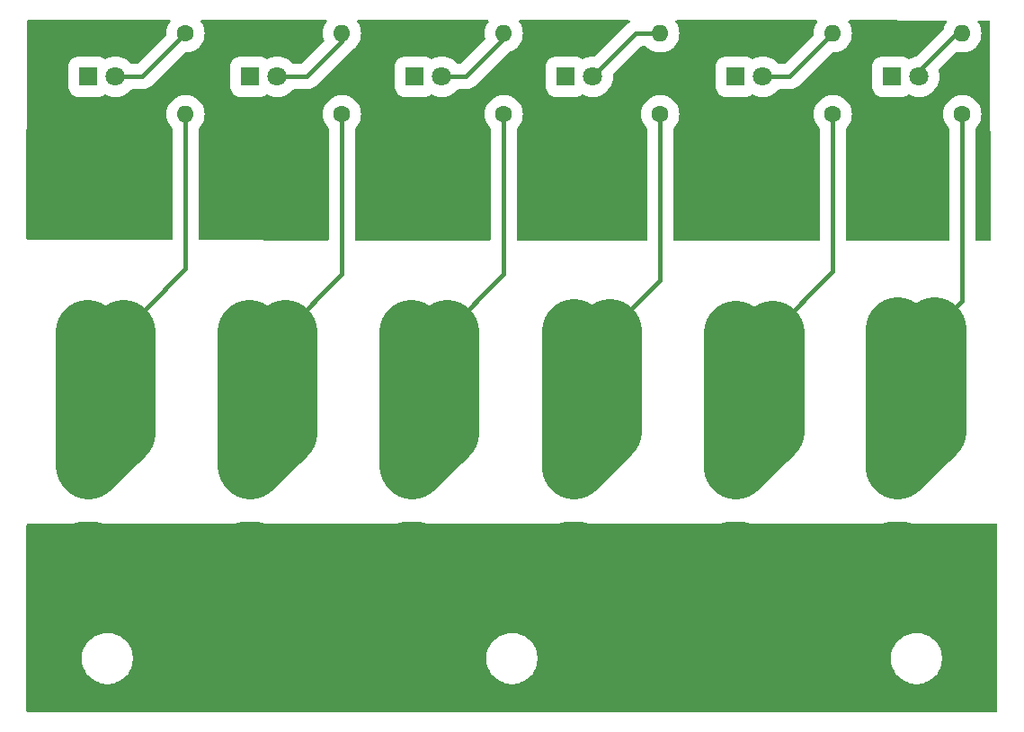
<source format=gbl>
%TF.GenerationSoftware,KiCad,Pcbnew,8.0.8-2.fc41*%
%TF.CreationDate,2025-02-20T10:07:06+00:00*%
%TF.ProjectId,PowerPoleFused,506f7765-7250-46f6-9c65-46757365642e,rev?*%
%TF.SameCoordinates,Original*%
%TF.FileFunction,Copper,L2,Bot*%
%TF.FilePolarity,Positive*%
%FSLAX46Y46*%
G04 Gerber Fmt 4.6, Leading zero omitted, Abs format (unit mm)*
G04 Created by KiCad (PCBNEW 8.0.8-2.fc41) date 2025-02-20 10:07:06*
%MOMM*%
%LPD*%
G01*
G04 APERTURE LIST*
%TA.AperFunction,ComponentPad*%
%ADD10R,1.800000X1.800000*%
%TD*%
%TA.AperFunction,ComponentPad*%
%ADD11C,1.800000*%
%TD*%
%TA.AperFunction,ComponentPad*%
%ADD12O,6.000000X5.500000*%
%TD*%
%TA.AperFunction,ComponentPad*%
%ADD13O,1.600000X1.600000*%
%TD*%
%TA.AperFunction,ComponentPad*%
%ADD14C,1.600000*%
%TD*%
%TA.AperFunction,ComponentPad*%
%ADD15C,2.400000*%
%TD*%
%TA.AperFunction,Conductor*%
%ADD16C,0.400000*%
%TD*%
%TA.AperFunction,Conductor*%
%ADD17C,6.000000*%
%TD*%
G04 APERTURE END LIST*
D10*
%TO.P,D3,1,K*%
%TO.N,0*%
X85085000Y-50800000D03*
D11*
%TO.P,D3,2,A*%
%TO.N,Net-(D3-A)*%
X87625000Y-50800000D03*
%TD*%
D12*
%TO.P,J3,1,+ve*%
%TO.N,Net-(J3-+ve)*%
X84836000Y-87604000D03*
%TO.P,J3,2,-ve*%
%TO.N,0*%
X84836000Y-95504000D03*
%TD*%
D10*
%TO.P,D4,1,K*%
%TO.N,0*%
X99309000Y-50800000D03*
D11*
%TO.P,D4,2,A*%
%TO.N,Net-(D4-A)*%
X101849000Y-50800000D03*
%TD*%
D10*
%TO.P,D1,1,K*%
%TO.N,0*%
X54356000Y-50800000D03*
D11*
%TO.P,D1,2,A*%
%TO.N,Net-(D1-A)*%
X56896000Y-50800000D03*
%TD*%
D10*
%TO.P,D5,1,K*%
%TO.N,0*%
X115316000Y-50800000D03*
D11*
%TO.P,D5,2,A*%
%TO.N,Net-(D5-A)*%
X117856000Y-50800000D03*
%TD*%
D12*
%TO.P,J2,1,+ve*%
%TO.N,Net-(J2-+ve)*%
X69596000Y-87604000D03*
%TO.P,J2,2,-ve*%
%TO.N,0*%
X69596000Y-95504000D03*
%TD*%
D13*
%TO.P,R1,2*%
%TO.N,Net-(J1-+ve)*%
X63500000Y-54356000D03*
D14*
%TO.P,R1,1*%
%TO.N,Net-(D1-A)*%
X63500000Y-46736000D03*
%TD*%
D10*
%TO.P,D6,1,K*%
%TO.N,0*%
X130048000Y-50800000D03*
D11*
%TO.P,D6,2,A*%
%TO.N,Net-(D6-A)*%
X132588000Y-50800000D03*
%TD*%
D13*
%TO.P,R5,2*%
%TO.N,Net-(D5-A)*%
X124460000Y-46736000D03*
D14*
%TO.P,R5,1*%
%TO.N,Net-(J5-+ve)*%
X124460000Y-54356000D03*
%TD*%
D13*
%TO.P,R2,2*%
%TO.N,Net-(D2-A)*%
X78232000Y-46736000D03*
D14*
%TO.P,R2,1*%
%TO.N,Net-(J2-+ve)*%
X78232000Y-54356000D03*
%TD*%
D15*
%TO.P,F5,4,4*%
%TO.N,+12V*%
X115316000Y-61137800D03*
%TO.P,F5,3,3*%
X118716000Y-61137800D03*
%TO.P,F5,2,2*%
%TO.N,Net-(J5-+ve)*%
X118716000Y-74607800D03*
%TO.P,F5,1,1*%
X115316000Y-74607800D03*
%TD*%
D13*
%TO.P,R3,2*%
%TO.N,Net-(D3-A)*%
X93472000Y-46736000D03*
D14*
%TO.P,R3,1*%
%TO.N,Net-(J3-+ve)*%
X93472000Y-54356000D03*
%TD*%
D12*
%TO.P,J6,1,+ve*%
%TO.N,Net-(J6-+ve)*%
X130556000Y-87604000D03*
%TO.P,J6,2,-ve*%
%TO.N,0*%
X130556000Y-95504000D03*
%TD*%
%TO.P,J4,1,+ve*%
%TO.N,Net-(J4-+ve)*%
X100076000Y-87604000D03*
%TO.P,J4,2,-ve*%
%TO.N,0*%
X100076000Y-95504000D03*
%TD*%
D15*
%TO.P,F2,4,4*%
%TO.N,+12V*%
X69437500Y-61137800D03*
%TO.P,F2,3,3*%
X72837500Y-61137800D03*
%TO.P,F2,2,2*%
%TO.N,Net-(J2-+ve)*%
X72837500Y-74607800D03*
%TO.P,F2,1,1*%
X69437500Y-74607800D03*
%TD*%
D13*
%TO.P,R4,2*%
%TO.N,Net-(D4-A)*%
X108204000Y-46736000D03*
D14*
%TO.P,R4,1*%
%TO.N,Net-(J4-+ve)*%
X108204000Y-54356000D03*
%TD*%
D10*
%TO.P,D2,1,K*%
%TO.N,0*%
X69596000Y-50800000D03*
D11*
%TO.P,D2,2,A*%
%TO.N,Net-(D2-A)*%
X72136000Y-50800000D03*
%TD*%
D13*
%TO.P,R6,2*%
%TO.N,Net-(D6-A)*%
X136652000Y-46736000D03*
D14*
%TO.P,R6,1*%
%TO.N,Net-(J6-+ve)*%
X136652000Y-54356000D03*
%TD*%
D12*
%TO.P,J1,1,+ve*%
%TO.N,Net-(J1-+ve)*%
X54356000Y-87604000D03*
%TO.P,J1,2,-ve*%
%TO.N,0*%
X54356000Y-95504000D03*
%TD*%
%TO.P,J5,1,+ve*%
%TO.N,Net-(J5-+ve)*%
X115316000Y-87604000D03*
%TO.P,J5,2,-ve*%
%TO.N,0*%
X115316000Y-95504000D03*
%TD*%
D15*
%TO.P,F3,4,4*%
%TO.N,+12V*%
X84677500Y-61137800D03*
%TO.P,F3,3,3*%
X88077500Y-61137800D03*
%TO.P,F3,2,2*%
%TO.N,Net-(J3-+ve)*%
X88077500Y-74607800D03*
%TO.P,F3,1,1*%
X84677500Y-74607800D03*
%TD*%
%TO.P,F4,4,4*%
%TO.N,+12V*%
X100054200Y-61137800D03*
%TO.P,F4,3,3*%
X103454200Y-61137800D03*
%TO.P,F4,2,2*%
%TO.N,Net-(J4-+ve)*%
X103454200Y-74607800D03*
%TO.P,F4,1,1*%
X100054200Y-74607800D03*
%TD*%
%TO.P,F6,4,4*%
%TO.N,+12V*%
X130556000Y-61137800D03*
%TO.P,F6,3,3*%
X133956000Y-61137800D03*
%TO.P,F6,2,2*%
%TO.N,Net-(J6-+ve)*%
X133956000Y-74607800D03*
%TO.P,F6,1,1*%
X130556000Y-74607800D03*
%TD*%
%TO.P,F1,4,4*%
%TO.N,+12V*%
X54197500Y-61137800D03*
%TO.P,F1,3,3*%
X57597500Y-61137800D03*
%TO.P,F1,2,2*%
%TO.N,Net-(J1-+ve)*%
X57597500Y-74607800D03*
%TO.P,F1,1,1*%
X54197500Y-74607800D03*
%TD*%
D16*
%TO.N,Net-(D1-A)*%
X56896000Y-50800000D02*
X59436000Y-50800000D01*
X59436000Y-50800000D02*
X63500000Y-46736000D01*
%TO.N,Net-(J1-+ve)*%
X63500000Y-68904500D02*
X63500000Y-54356000D01*
X63500000Y-68904500D02*
X59636350Y-72768150D01*
D17*
X54197500Y-74807000D02*
X54197500Y-77368400D01*
X54197500Y-87445500D02*
X54356000Y-87604000D01*
D16*
X58211100Y-74193400D02*
X56159400Y-74193400D01*
D17*
X54197500Y-77368400D02*
X54197500Y-87445500D01*
D16*
X59636350Y-72768150D02*
X57597500Y-74807000D01*
D17*
X57597500Y-74807000D02*
X57597500Y-84362500D01*
D16*
X59636350Y-72768150D02*
X58211100Y-74193400D01*
D17*
X57597500Y-84362500D02*
X54356000Y-87604000D01*
D16*
%TO.N,Net-(D2-A)*%
X72136000Y-50800000D02*
X74930000Y-50800000D01*
X74930000Y-50800000D02*
X78232000Y-47498000D01*
%TO.N,Net-(D3-A)*%
X87625000Y-50800000D02*
X89916000Y-50800000D01*
X89916000Y-50800000D02*
X93472000Y-47244000D01*
%TO.N,Net-(D4-A)*%
X105913000Y-46736000D02*
X108204000Y-46736000D01*
X101849000Y-50800000D02*
X105913000Y-46736000D01*
%TO.N,Net-(D5-A)*%
X120396000Y-50800000D02*
X124460000Y-46736000D01*
X117856000Y-50800000D02*
X120396000Y-50800000D01*
%TO.N,Net-(D6-A)*%
X132588000Y-50292000D02*
X136144000Y-46736000D01*
X136144000Y-46736000D02*
X136652000Y-46736000D01*
D17*
%TO.N,Net-(J2-+ve)*%
X69437500Y-74807000D02*
X69437500Y-87445500D01*
X69437500Y-87445500D02*
X69596000Y-87604000D01*
X72837500Y-74807000D02*
X72837500Y-84362500D01*
D16*
X72837500Y-74807000D02*
X78232000Y-69412500D01*
X78232000Y-69412500D02*
X78232000Y-55118000D01*
D17*
X72837500Y-84362500D02*
X69596000Y-87604000D01*
%TO.N,Net-(J3-+ve)*%
X88077500Y-74807000D02*
X88077500Y-84362500D01*
D16*
X93472000Y-69412500D02*
X93472000Y-54864000D01*
D17*
X84677500Y-78207000D02*
X84677500Y-78562200D01*
X84677500Y-78562200D02*
X84677500Y-87445500D01*
X88077500Y-84362500D02*
X84836000Y-87604000D01*
X84677500Y-87445500D02*
X84836000Y-87604000D01*
X84677500Y-74807000D02*
X84677500Y-78562200D01*
D16*
X88077500Y-74807000D02*
X93472000Y-69412500D01*
%TO.N,Net-(J4-+ve)*%
X103454200Y-74760200D02*
X108204000Y-70010400D01*
D17*
X100076000Y-87604000D02*
X100076000Y-74782000D01*
D16*
X108204000Y-70010400D02*
X108204000Y-54356000D01*
D17*
X100076000Y-74782000D02*
X100054200Y-74760200D01*
X103454200Y-84225800D02*
X100076000Y-87604000D01*
X103454200Y-74760200D02*
X103454200Y-84225800D01*
%TO.N,Net-(J5-+ve)*%
X118716000Y-74938000D02*
X118716000Y-84204000D01*
X115316000Y-74938000D02*
X115316000Y-87604000D01*
X118716000Y-84204000D02*
X115316000Y-87604000D01*
D16*
X124460000Y-69194000D02*
X118716000Y-74938000D01*
X124460000Y-54356000D02*
X124460000Y-69194000D01*
D17*
%TO.N,Net-(J6-+ve)*%
X130556000Y-74607800D02*
X130556000Y-87604000D01*
X133956000Y-84204000D02*
X130556000Y-87604000D01*
D16*
X133956000Y-74607800D02*
X136652000Y-71911800D01*
D17*
X133956000Y-74607800D02*
X133956000Y-84204000D01*
D16*
X136652000Y-71911800D02*
X136652000Y-54356000D01*
%TD*%
%TA.AperFunction,Conductor*%
%TO.N,0*%
G36*
X139903539Y-92983685D02*
G01*
X139949294Y-93036489D01*
X139960500Y-93088000D01*
X139960500Y-110620000D01*
X139940815Y-110687039D01*
X139888011Y-110732794D01*
X139836500Y-110744000D01*
X48644500Y-110744000D01*
X48577461Y-110724315D01*
X48531706Y-110671511D01*
X48520500Y-110620000D01*
X48520500Y-105529186D01*
X53740000Y-105529186D01*
X53740000Y-105798813D01*
X53770186Y-106066719D01*
X53770188Y-106066731D01*
X53830184Y-106329594D01*
X53830187Y-106329602D01*
X53919234Y-106584082D01*
X54036214Y-106826994D01*
X54036216Y-106826997D01*
X54179662Y-107055289D01*
X54347766Y-107266085D01*
X54538415Y-107456734D01*
X54749211Y-107624838D01*
X54977503Y-107768284D01*
X55220421Y-107885267D01*
X55411549Y-107952145D01*
X55474897Y-107974312D01*
X55474905Y-107974315D01*
X55474908Y-107974315D01*
X55474909Y-107974316D01*
X55737768Y-108034312D01*
X56005687Y-108064499D01*
X56005688Y-108064500D01*
X56005691Y-108064500D01*
X56275312Y-108064500D01*
X56275312Y-108064499D01*
X56543232Y-108034312D01*
X56806091Y-107974316D01*
X57060579Y-107885267D01*
X57303497Y-107768284D01*
X57531789Y-107624838D01*
X57742585Y-107456734D01*
X57933234Y-107266085D01*
X58101338Y-107055289D01*
X58244784Y-106826997D01*
X58361767Y-106584079D01*
X58450816Y-106329591D01*
X58510812Y-106066732D01*
X58541000Y-105798809D01*
X58541000Y-105529191D01*
X58540999Y-105529186D01*
X91840000Y-105529186D01*
X91840000Y-105798813D01*
X91870186Y-106066719D01*
X91870188Y-106066731D01*
X91930184Y-106329594D01*
X91930187Y-106329602D01*
X92019234Y-106584082D01*
X92136214Y-106826994D01*
X92136216Y-106826997D01*
X92279662Y-107055289D01*
X92447766Y-107266085D01*
X92638415Y-107456734D01*
X92849211Y-107624838D01*
X93077503Y-107768284D01*
X93320421Y-107885267D01*
X93511549Y-107952145D01*
X93574897Y-107974312D01*
X93574905Y-107974315D01*
X93574908Y-107974315D01*
X93574909Y-107974316D01*
X93837768Y-108034312D01*
X94105687Y-108064499D01*
X94105688Y-108064500D01*
X94105691Y-108064500D01*
X94375312Y-108064500D01*
X94375312Y-108064499D01*
X94643232Y-108034312D01*
X94906091Y-107974316D01*
X95160579Y-107885267D01*
X95403497Y-107768284D01*
X95631789Y-107624838D01*
X95842585Y-107456734D01*
X96033234Y-107266085D01*
X96201338Y-107055289D01*
X96344784Y-106826997D01*
X96461767Y-106584079D01*
X96550816Y-106329591D01*
X96610812Y-106066732D01*
X96641000Y-105798809D01*
X96641000Y-105529191D01*
X96640999Y-105529186D01*
X129940000Y-105529186D01*
X129940000Y-105798813D01*
X129970186Y-106066719D01*
X129970188Y-106066731D01*
X130030184Y-106329594D01*
X130030187Y-106329602D01*
X130119234Y-106584082D01*
X130236214Y-106826994D01*
X130236216Y-106826997D01*
X130379662Y-107055289D01*
X130547766Y-107266085D01*
X130738415Y-107456734D01*
X130949211Y-107624838D01*
X131177503Y-107768284D01*
X131420421Y-107885267D01*
X131611549Y-107952145D01*
X131674897Y-107974312D01*
X131674905Y-107974315D01*
X131674908Y-107974315D01*
X131674909Y-107974316D01*
X131937768Y-108034312D01*
X132205687Y-108064499D01*
X132205688Y-108064500D01*
X132205691Y-108064500D01*
X132475312Y-108064500D01*
X132475312Y-108064499D01*
X132743232Y-108034312D01*
X133006091Y-107974316D01*
X133260579Y-107885267D01*
X133503497Y-107768284D01*
X133731789Y-107624838D01*
X133942585Y-107456734D01*
X134133234Y-107266085D01*
X134301338Y-107055289D01*
X134444784Y-106826997D01*
X134561767Y-106584079D01*
X134650816Y-106329591D01*
X134710812Y-106066732D01*
X134741000Y-105798809D01*
X134741000Y-105529191D01*
X134710812Y-105261268D01*
X134650816Y-104998409D01*
X134561767Y-104743921D01*
X134444784Y-104501003D01*
X134301338Y-104272711D01*
X134133234Y-104061915D01*
X133942585Y-103871266D01*
X133731789Y-103703162D01*
X133503497Y-103559716D01*
X133503494Y-103559714D01*
X133260582Y-103442734D01*
X133006102Y-103353687D01*
X133006094Y-103353684D01*
X132808946Y-103308687D01*
X132743232Y-103293688D01*
X132743228Y-103293687D01*
X132743219Y-103293686D01*
X132475313Y-103263500D01*
X132475309Y-103263500D01*
X132205691Y-103263500D01*
X132205686Y-103263500D01*
X131937780Y-103293686D01*
X131937768Y-103293688D01*
X131674905Y-103353684D01*
X131674897Y-103353687D01*
X131420417Y-103442734D01*
X131177505Y-103559714D01*
X130949212Y-103703161D01*
X130738415Y-103871265D01*
X130547765Y-104061915D01*
X130379661Y-104272712D01*
X130236214Y-104501005D01*
X130119234Y-104743917D01*
X130030187Y-104998397D01*
X130030184Y-104998405D01*
X129970188Y-105261268D01*
X129970186Y-105261280D01*
X129940000Y-105529186D01*
X96640999Y-105529186D01*
X96610812Y-105261268D01*
X96550816Y-104998409D01*
X96461767Y-104743921D01*
X96344784Y-104501003D01*
X96201338Y-104272711D01*
X96033234Y-104061915D01*
X95842585Y-103871266D01*
X95631789Y-103703162D01*
X95403497Y-103559716D01*
X95403494Y-103559714D01*
X95160582Y-103442734D01*
X94906102Y-103353687D01*
X94906094Y-103353684D01*
X94708946Y-103308687D01*
X94643232Y-103293688D01*
X94643228Y-103293687D01*
X94643219Y-103293686D01*
X94375313Y-103263500D01*
X94375309Y-103263500D01*
X94105691Y-103263500D01*
X94105686Y-103263500D01*
X93837780Y-103293686D01*
X93837768Y-103293688D01*
X93574905Y-103353684D01*
X93574897Y-103353687D01*
X93320417Y-103442734D01*
X93077505Y-103559714D01*
X92849212Y-103703161D01*
X92638415Y-103871265D01*
X92447765Y-104061915D01*
X92279661Y-104272712D01*
X92136214Y-104501005D01*
X92019234Y-104743917D01*
X91930187Y-104998397D01*
X91930184Y-104998405D01*
X91870188Y-105261268D01*
X91870186Y-105261280D01*
X91840000Y-105529186D01*
X58540999Y-105529186D01*
X58510812Y-105261268D01*
X58450816Y-104998409D01*
X58361767Y-104743921D01*
X58244784Y-104501003D01*
X58101338Y-104272711D01*
X57933234Y-104061915D01*
X57742585Y-103871266D01*
X57531789Y-103703162D01*
X57303497Y-103559716D01*
X57303494Y-103559714D01*
X57060582Y-103442734D01*
X56806102Y-103353687D01*
X56806094Y-103353684D01*
X56608946Y-103308687D01*
X56543232Y-103293688D01*
X56543228Y-103293687D01*
X56543219Y-103293686D01*
X56275313Y-103263500D01*
X56275309Y-103263500D01*
X56005691Y-103263500D01*
X56005686Y-103263500D01*
X55737780Y-103293686D01*
X55737768Y-103293688D01*
X55474905Y-103353684D01*
X55474897Y-103353687D01*
X55220417Y-103442734D01*
X54977505Y-103559714D01*
X54749212Y-103703161D01*
X54538415Y-103871265D01*
X54347765Y-104061915D01*
X54179661Y-104272712D01*
X54036214Y-104501005D01*
X53919234Y-104743917D01*
X53830187Y-104998397D01*
X53830184Y-104998405D01*
X53770188Y-105261268D01*
X53770186Y-105261280D01*
X53740000Y-105529186D01*
X48520500Y-105529186D01*
X48520500Y-93088000D01*
X48540185Y-93020961D01*
X48592989Y-92975206D01*
X48644500Y-92964000D01*
X139836500Y-92964000D01*
X139903539Y-92983685D01*
G37*
%TD.AperFunction*%
%TD*%
%TA.AperFunction,Conductor*%
%TO.N,+12V*%
G36*
X61966716Y-45448110D02*
G01*
X62033741Y-45467831D01*
X62079466Y-45520661D01*
X62089371Y-45589825D01*
X62063590Y-45649421D01*
X62008187Y-45718894D01*
X61873258Y-45952599D01*
X61873256Y-45952603D01*
X61774666Y-46203804D01*
X61774664Y-46203811D01*
X61714616Y-46466898D01*
X61694451Y-46735995D01*
X61694451Y-46736003D01*
X61697714Y-46779545D01*
X61683095Y-46847868D01*
X61661742Y-46876493D01*
X58975055Y-49563181D01*
X58913732Y-49596666D01*
X58887374Y-49599500D01*
X58433406Y-49599500D01*
X58366367Y-49579815D01*
X58339640Y-49554932D01*
X58338868Y-49555602D01*
X58335961Y-49552247D01*
X58143752Y-49360038D01*
X58143746Y-49360033D01*
X58143742Y-49360029D01*
X57926113Y-49197113D01*
X57926108Y-49197110D01*
X57926107Y-49197109D01*
X57687518Y-49066830D01*
X57687519Y-49066830D01*
X57637920Y-49048330D01*
X57432801Y-48971825D01*
X57432794Y-48971823D01*
X57432793Y-48971823D01*
X57167167Y-48914040D01*
X57167160Y-48914039D01*
X56896001Y-48894645D01*
X56895999Y-48894645D01*
X56624839Y-48914039D01*
X56624832Y-48914040D01*
X56359206Y-48971823D01*
X56359202Y-48971824D01*
X56359199Y-48971825D01*
X56218107Y-49024449D01*
X56104483Y-49066829D01*
X56005722Y-49120757D01*
X55937449Y-49135608D01*
X55871985Y-49111191D01*
X55867954Y-49108040D01*
X55809407Y-49060302D01*
X55629049Y-48966091D01*
X55629048Y-48966090D01*
X55629045Y-48966089D01*
X55494396Y-48927562D01*
X55433418Y-48910114D01*
X55433415Y-48910113D01*
X55433413Y-48910113D01*
X55367102Y-48904217D01*
X55314037Y-48899500D01*
X55314032Y-48899500D01*
X53397971Y-48899500D01*
X53397965Y-48899500D01*
X53397964Y-48899501D01*
X53386316Y-48900536D01*
X53278584Y-48910113D01*
X53082954Y-48966089D01*
X52992772Y-49013196D01*
X52902593Y-49060302D01*
X52902591Y-49060303D01*
X52902590Y-49060304D01*
X52744890Y-49188890D01*
X52616304Y-49346590D01*
X52616302Y-49346593D01*
X52609284Y-49360029D01*
X52522089Y-49526954D01*
X52466114Y-49722583D01*
X52466113Y-49722586D01*
X52455500Y-49841966D01*
X52455500Y-51758028D01*
X52455501Y-51758034D01*
X52466113Y-51877415D01*
X52522089Y-52073045D01*
X52522090Y-52073048D01*
X52522091Y-52073049D01*
X52616302Y-52253407D01*
X52616304Y-52253409D01*
X52744890Y-52411109D01*
X52810816Y-52464864D01*
X52902593Y-52539698D01*
X53082951Y-52633909D01*
X53278582Y-52689886D01*
X53397963Y-52700500D01*
X55314036Y-52700499D01*
X55433418Y-52689886D01*
X55629049Y-52633909D01*
X55809407Y-52539698D01*
X55867936Y-52491972D01*
X55932330Y-52464864D01*
X56001160Y-52476873D01*
X56005723Y-52479243D01*
X56104481Y-52533169D01*
X56104480Y-52533169D01*
X56104484Y-52533170D01*
X56104487Y-52533172D01*
X56359199Y-52628175D01*
X56624840Y-52685961D01*
X56876605Y-52703967D01*
X56895999Y-52705355D01*
X56896000Y-52705355D01*
X56896001Y-52705355D01*
X56914100Y-52704060D01*
X57167160Y-52685961D01*
X57432801Y-52628175D01*
X57687513Y-52533172D01*
X57687517Y-52533169D01*
X57687519Y-52533169D01*
X57911055Y-52411109D01*
X57926113Y-52402887D01*
X58143742Y-52239971D01*
X58335971Y-52047742D01*
X58335979Y-52047730D01*
X58338868Y-52044398D01*
X58340261Y-52045605D01*
X58390076Y-52008317D01*
X58433406Y-52000500D01*
X59530486Y-52000500D01*
X59717118Y-51970940D01*
X59896832Y-51912547D01*
X60065199Y-51826760D01*
X60218074Y-51715690D01*
X63360944Y-48572818D01*
X63422267Y-48539334D01*
X63448625Y-48536500D01*
X63634928Y-48536500D01*
X63634929Y-48536500D01*
X63634936Y-48536499D01*
X63901767Y-48496281D01*
X63901768Y-48496280D01*
X63901772Y-48496280D01*
X64159641Y-48416738D01*
X64359905Y-48320296D01*
X64402767Y-48299655D01*
X64402767Y-48299654D01*
X64402775Y-48299651D01*
X64625741Y-48147635D01*
X64823561Y-47964085D01*
X64991815Y-47753102D01*
X65126743Y-47519398D01*
X65225334Y-47268195D01*
X65285383Y-47005103D01*
X65305549Y-46736000D01*
X65285383Y-46466897D01*
X65225334Y-46203805D01*
X65126743Y-45952602D01*
X64991815Y-45718898D01*
X64937779Y-45651140D01*
X64911372Y-45586454D01*
X64924127Y-45517759D01*
X64971998Y-45466865D01*
X65034790Y-45449829D01*
X76692134Y-45456362D01*
X76759160Y-45476083D01*
X76804885Y-45528913D01*
X76814790Y-45598077D01*
X76789010Y-45657673D01*
X76740184Y-45718898D01*
X76605258Y-45952599D01*
X76605256Y-45952603D01*
X76506666Y-46203804D01*
X76506664Y-46203811D01*
X76446616Y-46466898D01*
X76426451Y-46735995D01*
X76426451Y-46736004D01*
X76446616Y-47005101D01*
X76506664Y-47268188D01*
X76506667Y-47268200D01*
X76549546Y-47377452D01*
X76555715Y-47447048D01*
X76523277Y-47508932D01*
X76521799Y-47510435D01*
X74469055Y-49563181D01*
X74407732Y-49596666D01*
X74381374Y-49599500D01*
X73673406Y-49599500D01*
X73606367Y-49579815D01*
X73579640Y-49554932D01*
X73578868Y-49555602D01*
X73575961Y-49552247D01*
X73383752Y-49360038D01*
X73383746Y-49360033D01*
X73383742Y-49360029D01*
X73166113Y-49197113D01*
X73166108Y-49197110D01*
X73166107Y-49197109D01*
X72927518Y-49066830D01*
X72927519Y-49066830D01*
X72877920Y-49048330D01*
X72672801Y-48971825D01*
X72672794Y-48971823D01*
X72672793Y-48971823D01*
X72407167Y-48914040D01*
X72407160Y-48914039D01*
X72136001Y-48894645D01*
X72135999Y-48894645D01*
X71864839Y-48914039D01*
X71864832Y-48914040D01*
X71599206Y-48971823D01*
X71599202Y-48971824D01*
X71599199Y-48971825D01*
X71458107Y-49024449D01*
X71344483Y-49066829D01*
X71245722Y-49120757D01*
X71177449Y-49135608D01*
X71111985Y-49111191D01*
X71107954Y-49108040D01*
X71049407Y-49060302D01*
X70869049Y-48966091D01*
X70869048Y-48966090D01*
X70869045Y-48966089D01*
X70734396Y-48927562D01*
X70673418Y-48910114D01*
X70673415Y-48910113D01*
X70673413Y-48910113D01*
X70607102Y-48904217D01*
X70554037Y-48899500D01*
X70554032Y-48899500D01*
X68637971Y-48899500D01*
X68637965Y-48899500D01*
X68637964Y-48899501D01*
X68626316Y-48900536D01*
X68518584Y-48910113D01*
X68322954Y-48966089D01*
X68232772Y-49013196D01*
X68142593Y-49060302D01*
X68142591Y-49060303D01*
X68142590Y-49060304D01*
X67984890Y-49188890D01*
X67856304Y-49346590D01*
X67856302Y-49346593D01*
X67849284Y-49360029D01*
X67762089Y-49526954D01*
X67706114Y-49722583D01*
X67706113Y-49722586D01*
X67695500Y-49841966D01*
X67695500Y-51758028D01*
X67695501Y-51758034D01*
X67706113Y-51877415D01*
X67762089Y-52073045D01*
X67762090Y-52073048D01*
X67762091Y-52073049D01*
X67856302Y-52253407D01*
X67856304Y-52253409D01*
X67984890Y-52411109D01*
X68050816Y-52464864D01*
X68142593Y-52539698D01*
X68322951Y-52633909D01*
X68518582Y-52689886D01*
X68637963Y-52700500D01*
X70554036Y-52700499D01*
X70673418Y-52689886D01*
X70869049Y-52633909D01*
X71049407Y-52539698D01*
X71107936Y-52491972D01*
X71172330Y-52464864D01*
X71241160Y-52476873D01*
X71245723Y-52479243D01*
X71344481Y-52533169D01*
X71344480Y-52533169D01*
X71344484Y-52533170D01*
X71344487Y-52533172D01*
X71599199Y-52628175D01*
X71864840Y-52685961D01*
X72116605Y-52703967D01*
X72135999Y-52705355D01*
X72136000Y-52705355D01*
X72136001Y-52705355D01*
X72154100Y-52704060D01*
X72407160Y-52685961D01*
X72672801Y-52628175D01*
X72927513Y-52533172D01*
X72927517Y-52533169D01*
X72927519Y-52533169D01*
X73151055Y-52411109D01*
X73166113Y-52402887D01*
X73383742Y-52239971D01*
X73575971Y-52047742D01*
X73575979Y-52047730D01*
X73578868Y-52044398D01*
X73580261Y-52045605D01*
X73630076Y-52008317D01*
X73673406Y-52000500D01*
X75024486Y-52000500D01*
X75211118Y-51970940D01*
X75390832Y-51912547D01*
X75559199Y-51826760D01*
X75712074Y-51715690D01*
X79107470Y-48320292D01*
X79130949Y-48302278D01*
X79130940Y-48302265D01*
X79131180Y-48302100D01*
X79133163Y-48300580D01*
X79134748Y-48299663D01*
X79134775Y-48299651D01*
X79357741Y-48147635D01*
X79555561Y-47964085D01*
X79723815Y-47753102D01*
X79858743Y-47519398D01*
X79957334Y-47268195D01*
X80017383Y-47005103D01*
X80037549Y-46736000D01*
X80017383Y-46466897D01*
X79957334Y-46203805D01*
X79858743Y-45952602D01*
X79723815Y-45718898D01*
X79676366Y-45659399D01*
X79649959Y-45594715D01*
X79662714Y-45526019D01*
X79710585Y-45475125D01*
X79773380Y-45458088D01*
X91925324Y-45464898D01*
X91992352Y-45484620D01*
X92038077Y-45537450D01*
X92047982Y-45606614D01*
X92022202Y-45666210D01*
X91980184Y-45718898D01*
X91845258Y-45952599D01*
X91845256Y-45952603D01*
X91746666Y-46203804D01*
X91746664Y-46203811D01*
X91686616Y-46466898D01*
X91666451Y-46735995D01*
X91666451Y-46736004D01*
X91686616Y-47005101D01*
X91686616Y-47005103D01*
X91732042Y-47204129D01*
X91727769Y-47273868D01*
X91698832Y-47319402D01*
X89455055Y-49563181D01*
X89393732Y-49596666D01*
X89367374Y-49599500D01*
X89162406Y-49599500D01*
X89095367Y-49579815D01*
X89068640Y-49554932D01*
X89067868Y-49555602D01*
X89064961Y-49552247D01*
X88872752Y-49360038D01*
X88872746Y-49360033D01*
X88872742Y-49360029D01*
X88655113Y-49197113D01*
X88655108Y-49197110D01*
X88655107Y-49197109D01*
X88416518Y-49066830D01*
X88416519Y-49066830D01*
X88366920Y-49048330D01*
X88161801Y-48971825D01*
X88161794Y-48971823D01*
X88161793Y-48971823D01*
X87896167Y-48914040D01*
X87896160Y-48914039D01*
X87625001Y-48894645D01*
X87624999Y-48894645D01*
X87353839Y-48914039D01*
X87353832Y-48914040D01*
X87088206Y-48971823D01*
X87088202Y-48971824D01*
X87088199Y-48971825D01*
X86947107Y-49024449D01*
X86833483Y-49066829D01*
X86734722Y-49120757D01*
X86666449Y-49135608D01*
X86600985Y-49111191D01*
X86596954Y-49108040D01*
X86538407Y-49060302D01*
X86358049Y-48966091D01*
X86358048Y-48966090D01*
X86358045Y-48966089D01*
X86223396Y-48927562D01*
X86162418Y-48910114D01*
X86162415Y-48910113D01*
X86162413Y-48910113D01*
X86096102Y-48904217D01*
X86043037Y-48899500D01*
X86043032Y-48899500D01*
X84126971Y-48899500D01*
X84126965Y-48899500D01*
X84126964Y-48899501D01*
X84115316Y-48900536D01*
X84007584Y-48910113D01*
X83811954Y-48966089D01*
X83721772Y-49013196D01*
X83631593Y-49060302D01*
X83631591Y-49060303D01*
X83631590Y-49060304D01*
X83473890Y-49188890D01*
X83345304Y-49346590D01*
X83345302Y-49346593D01*
X83338284Y-49360029D01*
X83251089Y-49526954D01*
X83195114Y-49722583D01*
X83195113Y-49722586D01*
X83184500Y-49841966D01*
X83184500Y-51758028D01*
X83184501Y-51758034D01*
X83195113Y-51877415D01*
X83251089Y-52073045D01*
X83251090Y-52073048D01*
X83251091Y-52073049D01*
X83345302Y-52253407D01*
X83345304Y-52253409D01*
X83473890Y-52411109D01*
X83539816Y-52464864D01*
X83631593Y-52539698D01*
X83811951Y-52633909D01*
X84007582Y-52689886D01*
X84126963Y-52700500D01*
X86043036Y-52700499D01*
X86162418Y-52689886D01*
X86358049Y-52633909D01*
X86538407Y-52539698D01*
X86596936Y-52491972D01*
X86661330Y-52464864D01*
X86730160Y-52476873D01*
X86734723Y-52479243D01*
X86833481Y-52533169D01*
X86833480Y-52533169D01*
X86833484Y-52533170D01*
X86833487Y-52533172D01*
X87088199Y-52628175D01*
X87353840Y-52685961D01*
X87605605Y-52703967D01*
X87624999Y-52705355D01*
X87625000Y-52705355D01*
X87625001Y-52705355D01*
X87643100Y-52704060D01*
X87896160Y-52685961D01*
X88161801Y-52628175D01*
X88416513Y-52533172D01*
X88416517Y-52533169D01*
X88416519Y-52533169D01*
X88640055Y-52411109D01*
X88655113Y-52402887D01*
X88872742Y-52239971D01*
X89064971Y-52047742D01*
X89064979Y-52047730D01*
X89067868Y-52044398D01*
X89069261Y-52045605D01*
X89119076Y-52008317D01*
X89162406Y-52000500D01*
X90010486Y-52000500D01*
X90197118Y-51970940D01*
X90376832Y-51912547D01*
X90545199Y-51826760D01*
X90698074Y-51715690D01*
X93915237Y-48498525D01*
X93966366Y-48467717D01*
X94024493Y-48449788D01*
X94131624Y-48416744D01*
X94131631Y-48416740D01*
X94131641Y-48416738D01*
X94331905Y-48320296D01*
X94374767Y-48299655D01*
X94374767Y-48299654D01*
X94374775Y-48299651D01*
X94597741Y-48147635D01*
X94795561Y-47964085D01*
X94963815Y-47753102D01*
X95098743Y-47519398D01*
X95197334Y-47268195D01*
X95257383Y-47005103D01*
X95277549Y-46736000D01*
X95257383Y-46466897D01*
X95197334Y-46203805D01*
X95098743Y-45952602D01*
X94963815Y-45718898D01*
X94923179Y-45667943D01*
X94896772Y-45603257D01*
X94909527Y-45534562D01*
X94957398Y-45483668D01*
X95020189Y-45466632D01*
X105232290Y-45472355D01*
X105299315Y-45492076D01*
X105345040Y-45544906D01*
X105354945Y-45614070D01*
X105325884Y-45677609D01*
X105288519Y-45706835D01*
X105283804Y-45709237D01*
X105192076Y-45775882D01*
X105130927Y-45820310D01*
X105130925Y-45820312D01*
X105130924Y-45820312D01*
X102082776Y-48868458D01*
X102021453Y-48901943D01*
X101986249Y-48904461D01*
X101849001Y-48894645D01*
X101848999Y-48894645D01*
X101577839Y-48914039D01*
X101577832Y-48914040D01*
X101312206Y-48971823D01*
X101312202Y-48971824D01*
X101312199Y-48971825D01*
X101171107Y-49024449D01*
X101057483Y-49066829D01*
X100958722Y-49120757D01*
X100890449Y-49135608D01*
X100824985Y-49111191D01*
X100820954Y-49108040D01*
X100762407Y-49060302D01*
X100582049Y-48966091D01*
X100582048Y-48966090D01*
X100582045Y-48966089D01*
X100447396Y-48927562D01*
X100386418Y-48910114D01*
X100386415Y-48910113D01*
X100386413Y-48910113D01*
X100320102Y-48904217D01*
X100267037Y-48899500D01*
X100267032Y-48899500D01*
X98350971Y-48899500D01*
X98350965Y-48899500D01*
X98350964Y-48899501D01*
X98339316Y-48900536D01*
X98231584Y-48910113D01*
X98035954Y-48966089D01*
X97945772Y-49013196D01*
X97855593Y-49060302D01*
X97855591Y-49060303D01*
X97855590Y-49060304D01*
X97697890Y-49188890D01*
X97569304Y-49346590D01*
X97569302Y-49346593D01*
X97562284Y-49360029D01*
X97475089Y-49526954D01*
X97419114Y-49722583D01*
X97419113Y-49722586D01*
X97408500Y-49841966D01*
X97408500Y-51758028D01*
X97408501Y-51758034D01*
X97419113Y-51877415D01*
X97475089Y-52073045D01*
X97475090Y-52073048D01*
X97475091Y-52073049D01*
X97569302Y-52253407D01*
X97569304Y-52253409D01*
X97697890Y-52411109D01*
X97763816Y-52464864D01*
X97855593Y-52539698D01*
X98035951Y-52633909D01*
X98231582Y-52689886D01*
X98350963Y-52700500D01*
X100267036Y-52700499D01*
X100386418Y-52689886D01*
X100582049Y-52633909D01*
X100762407Y-52539698D01*
X100820936Y-52491972D01*
X100885330Y-52464864D01*
X100954160Y-52476873D01*
X100958723Y-52479243D01*
X101057481Y-52533169D01*
X101057480Y-52533169D01*
X101057484Y-52533170D01*
X101057487Y-52533172D01*
X101312199Y-52628175D01*
X101577840Y-52685961D01*
X101829605Y-52703967D01*
X101848999Y-52705355D01*
X101849000Y-52705355D01*
X101849001Y-52705355D01*
X101867100Y-52704060D01*
X102120160Y-52685961D01*
X102385801Y-52628175D01*
X102640513Y-52533172D01*
X102640517Y-52533169D01*
X102640519Y-52533169D01*
X102864055Y-52411109D01*
X102879113Y-52402887D01*
X103096742Y-52239971D01*
X103288971Y-52047742D01*
X103451887Y-51830113D01*
X103582172Y-51591513D01*
X103677175Y-51336801D01*
X103734961Y-51071160D01*
X103754355Y-50800000D01*
X103744538Y-50662748D01*
X103759390Y-50594476D01*
X103780538Y-50566224D01*
X106373944Y-47972819D01*
X106435267Y-47939334D01*
X106461625Y-47936500D01*
X106802043Y-47936500D01*
X106869082Y-47956185D01*
X106886383Y-47969600D01*
X107078259Y-48147635D01*
X107301226Y-48299651D01*
X107544359Y-48416738D01*
X107802228Y-48496280D01*
X107802229Y-48496280D01*
X107802232Y-48496281D01*
X108069063Y-48536499D01*
X108069068Y-48536499D01*
X108069071Y-48536500D01*
X108069072Y-48536500D01*
X108338928Y-48536500D01*
X108338929Y-48536500D01*
X108338936Y-48536499D01*
X108605767Y-48496281D01*
X108605768Y-48496280D01*
X108605772Y-48496280D01*
X108863641Y-48416738D01*
X109063905Y-48320296D01*
X109106767Y-48299655D01*
X109106767Y-48299654D01*
X109106775Y-48299651D01*
X109329741Y-48147635D01*
X109527561Y-47964085D01*
X109695815Y-47753102D01*
X109830743Y-47519398D01*
X109929334Y-47268195D01*
X109989383Y-47005103D01*
X110009549Y-46736000D01*
X109989383Y-46466897D01*
X109929334Y-46203805D01*
X109830743Y-45952602D01*
X109695815Y-45718898D01*
X109661766Y-45676202D01*
X109635359Y-45611518D01*
X109648114Y-45542822D01*
X109695985Y-45491928D01*
X109758779Y-45474891D01*
X122899487Y-45482255D01*
X122966511Y-45501976D01*
X123012236Y-45554806D01*
X123022141Y-45623970D01*
X122996361Y-45683566D01*
X122968184Y-45718898D01*
X122833258Y-45952599D01*
X122833256Y-45952603D01*
X122734666Y-46203804D01*
X122734664Y-46203811D01*
X122674616Y-46466898D01*
X122654451Y-46735995D01*
X122654451Y-46736003D01*
X122657714Y-46779545D01*
X122643095Y-46847868D01*
X122621742Y-46876493D01*
X119935055Y-49563181D01*
X119873732Y-49596666D01*
X119847374Y-49599500D01*
X119393406Y-49599500D01*
X119326367Y-49579815D01*
X119299640Y-49554932D01*
X119298868Y-49555602D01*
X119295961Y-49552247D01*
X119103752Y-49360038D01*
X119103746Y-49360033D01*
X119103742Y-49360029D01*
X118886113Y-49197113D01*
X118886108Y-49197110D01*
X118886107Y-49197109D01*
X118647518Y-49066830D01*
X118647519Y-49066830D01*
X118597920Y-49048330D01*
X118392801Y-48971825D01*
X118392794Y-48971823D01*
X118392793Y-48971823D01*
X118127167Y-48914040D01*
X118127160Y-48914039D01*
X117856001Y-48894645D01*
X117855999Y-48894645D01*
X117584839Y-48914039D01*
X117584832Y-48914040D01*
X117319206Y-48971823D01*
X117319202Y-48971824D01*
X117319199Y-48971825D01*
X117178107Y-49024449D01*
X117064483Y-49066829D01*
X116965722Y-49120757D01*
X116897449Y-49135608D01*
X116831985Y-49111191D01*
X116827954Y-49108040D01*
X116769407Y-49060302D01*
X116589049Y-48966091D01*
X116589048Y-48966090D01*
X116589045Y-48966089D01*
X116454396Y-48927562D01*
X116393418Y-48910114D01*
X116393415Y-48910113D01*
X116393413Y-48910113D01*
X116327102Y-48904217D01*
X116274037Y-48899500D01*
X116274032Y-48899500D01*
X114357971Y-48899500D01*
X114357965Y-48899500D01*
X114357964Y-48899501D01*
X114346316Y-48900536D01*
X114238584Y-48910113D01*
X114042954Y-48966089D01*
X113952772Y-49013196D01*
X113862593Y-49060302D01*
X113862591Y-49060303D01*
X113862590Y-49060304D01*
X113704890Y-49188890D01*
X113576304Y-49346590D01*
X113576302Y-49346593D01*
X113569284Y-49360029D01*
X113482089Y-49526954D01*
X113426114Y-49722583D01*
X113426113Y-49722586D01*
X113415500Y-49841966D01*
X113415500Y-51758028D01*
X113415501Y-51758034D01*
X113426113Y-51877415D01*
X113482089Y-52073045D01*
X113482090Y-52073048D01*
X113482091Y-52073049D01*
X113576302Y-52253407D01*
X113576304Y-52253409D01*
X113704890Y-52411109D01*
X113770816Y-52464864D01*
X113862593Y-52539698D01*
X114042951Y-52633909D01*
X114238582Y-52689886D01*
X114357963Y-52700500D01*
X116274036Y-52700499D01*
X116393418Y-52689886D01*
X116589049Y-52633909D01*
X116769407Y-52539698D01*
X116827936Y-52491972D01*
X116892330Y-52464864D01*
X116961160Y-52476873D01*
X116965723Y-52479243D01*
X117064481Y-52533169D01*
X117064480Y-52533169D01*
X117064484Y-52533170D01*
X117064487Y-52533172D01*
X117319199Y-52628175D01*
X117584840Y-52685961D01*
X117836605Y-52703967D01*
X117855999Y-52705355D01*
X117856000Y-52705355D01*
X117856001Y-52705355D01*
X117874100Y-52704060D01*
X118127160Y-52685961D01*
X118392801Y-52628175D01*
X118647513Y-52533172D01*
X118647517Y-52533169D01*
X118647519Y-52533169D01*
X118871055Y-52411109D01*
X118886113Y-52402887D01*
X119103742Y-52239971D01*
X119295971Y-52047742D01*
X119295979Y-52047730D01*
X119298868Y-52044398D01*
X119300261Y-52045605D01*
X119350076Y-52008317D01*
X119393406Y-52000500D01*
X120490486Y-52000500D01*
X120677118Y-51970940D01*
X120856832Y-51912547D01*
X121025199Y-51826760D01*
X121178074Y-51715690D01*
X124320944Y-48572818D01*
X124382267Y-48539334D01*
X124408625Y-48536500D01*
X124594928Y-48536500D01*
X124594929Y-48536500D01*
X124594936Y-48536499D01*
X124861767Y-48496281D01*
X124861768Y-48496280D01*
X124861772Y-48496280D01*
X125119641Y-48416738D01*
X125319905Y-48320296D01*
X125362767Y-48299655D01*
X125362767Y-48299654D01*
X125362775Y-48299651D01*
X125585741Y-48147635D01*
X125783561Y-47964085D01*
X125951815Y-47753102D01*
X126086743Y-47519398D01*
X126185334Y-47268195D01*
X126245383Y-47005103D01*
X126265549Y-46736000D01*
X126245383Y-46466897D01*
X126185334Y-46203805D01*
X126086743Y-45952602D01*
X125951815Y-45718898D01*
X125925035Y-45685317D01*
X125898627Y-45620632D01*
X125911382Y-45551937D01*
X125959252Y-45501043D01*
X126022048Y-45484005D01*
X135086042Y-45489084D01*
X135153065Y-45508805D01*
X135198790Y-45561635D01*
X135208695Y-45630799D01*
X135182915Y-45690394D01*
X135160186Y-45718894D01*
X135025258Y-45952599D01*
X135025256Y-45952603D01*
X134926666Y-46203804D01*
X134919304Y-46236055D01*
X134886095Y-46296139D01*
X132280418Y-48901816D01*
X132219095Y-48935301D01*
X132051207Y-48971822D01*
X131796483Y-49066829D01*
X131697722Y-49120757D01*
X131629449Y-49135608D01*
X131563985Y-49111191D01*
X131559954Y-49108040D01*
X131501407Y-49060302D01*
X131321049Y-48966091D01*
X131321048Y-48966090D01*
X131321045Y-48966089D01*
X131186396Y-48927562D01*
X131125418Y-48910114D01*
X131125415Y-48910113D01*
X131125413Y-48910113D01*
X131059102Y-48904217D01*
X131006037Y-48899500D01*
X131006032Y-48899500D01*
X129089971Y-48899500D01*
X129089965Y-48899500D01*
X129089964Y-48899501D01*
X129078316Y-48900536D01*
X128970584Y-48910113D01*
X128774954Y-48966089D01*
X128684772Y-49013196D01*
X128594593Y-49060302D01*
X128594591Y-49060303D01*
X128594590Y-49060304D01*
X128436890Y-49188890D01*
X128308304Y-49346590D01*
X128308302Y-49346593D01*
X128301284Y-49360029D01*
X128214089Y-49526954D01*
X128158114Y-49722583D01*
X128158113Y-49722586D01*
X128147500Y-49841966D01*
X128147500Y-51758028D01*
X128147501Y-51758034D01*
X128158113Y-51877415D01*
X128214089Y-52073045D01*
X128214090Y-52073048D01*
X128214091Y-52073049D01*
X128308302Y-52253407D01*
X128308304Y-52253409D01*
X128436890Y-52411109D01*
X128502816Y-52464864D01*
X128594593Y-52539698D01*
X128774951Y-52633909D01*
X128970582Y-52689886D01*
X129089963Y-52700500D01*
X131006036Y-52700499D01*
X131125418Y-52689886D01*
X131321049Y-52633909D01*
X131501407Y-52539698D01*
X131559936Y-52491972D01*
X131624330Y-52464864D01*
X131693160Y-52476873D01*
X131697723Y-52479243D01*
X131796481Y-52533169D01*
X131796480Y-52533169D01*
X131796484Y-52533170D01*
X131796487Y-52533172D01*
X132051199Y-52628175D01*
X132316840Y-52685961D01*
X132568605Y-52703967D01*
X132587999Y-52705355D01*
X132588000Y-52705355D01*
X132588001Y-52705355D01*
X132606100Y-52704060D01*
X132859160Y-52685961D01*
X133124801Y-52628175D01*
X133379513Y-52533172D01*
X133379517Y-52533169D01*
X133379519Y-52533169D01*
X133603055Y-52411109D01*
X133618113Y-52402887D01*
X133835742Y-52239971D01*
X134027971Y-52047742D01*
X134190887Y-51830113D01*
X134321172Y-51591513D01*
X134416175Y-51336801D01*
X134473961Y-51071160D01*
X134493355Y-50800000D01*
X134473961Y-50528840D01*
X134416175Y-50263199D01*
X134416173Y-50263195D01*
X134414929Y-50258955D01*
X134416051Y-50258625D01*
X134411429Y-50194193D01*
X134444896Y-50132866D01*
X136068432Y-48509330D01*
X136129753Y-48475847D01*
X136192658Y-48478521D01*
X136250228Y-48496280D01*
X136517071Y-48536500D01*
X136517072Y-48536500D01*
X136786928Y-48536500D01*
X136786929Y-48536500D01*
X136786936Y-48536499D01*
X137053767Y-48496281D01*
X137053768Y-48496280D01*
X137053772Y-48496280D01*
X137311641Y-48416738D01*
X137511905Y-48320296D01*
X137554767Y-48299655D01*
X137554767Y-48299654D01*
X137554775Y-48299651D01*
X137777741Y-48147635D01*
X137975561Y-47964085D01*
X138143815Y-47753102D01*
X138278743Y-47519398D01*
X138377334Y-47268195D01*
X138437383Y-47005103D01*
X138457549Y-46736000D01*
X138437383Y-46466897D01*
X138377334Y-46203805D01*
X138278743Y-45952602D01*
X138143815Y-45718898D01*
X138122485Y-45692151D01*
X138096078Y-45627467D01*
X138108833Y-45558771D01*
X138156703Y-45507877D01*
X138219499Y-45490840D01*
X139094076Y-45491330D01*
X139161102Y-45511052D01*
X139206827Y-45563882D01*
X139218003Y-45614724D01*
X139318390Y-66143924D01*
X139299033Y-66211059D01*
X139246453Y-66257071D01*
X139194322Y-66268530D01*
X137976431Y-66267848D01*
X137909402Y-66248126D01*
X137863677Y-66195296D01*
X137852500Y-66143848D01*
X137852500Y-55752369D01*
X137872185Y-55685330D01*
X137892159Y-55661470D01*
X137975561Y-55584085D01*
X138143815Y-55373102D01*
X138278743Y-55139398D01*
X138377334Y-54888195D01*
X138437383Y-54625103D01*
X138457549Y-54356000D01*
X138437383Y-54086897D01*
X138377334Y-53823805D01*
X138278743Y-53572602D01*
X138143815Y-53338898D01*
X137975561Y-53127915D01*
X137975560Y-53127914D01*
X137975557Y-53127910D01*
X137777741Y-52944365D01*
X137554775Y-52792349D01*
X137554769Y-52792346D01*
X137554768Y-52792345D01*
X137554767Y-52792344D01*
X137311643Y-52675263D01*
X137311645Y-52675263D01*
X137053773Y-52595720D01*
X137053767Y-52595718D01*
X136786936Y-52555500D01*
X136786929Y-52555500D01*
X136517071Y-52555500D01*
X136517063Y-52555500D01*
X136250232Y-52595718D01*
X136250226Y-52595720D01*
X135992358Y-52675262D01*
X135749230Y-52792346D01*
X135526258Y-52944365D01*
X135328442Y-53127910D01*
X135160185Y-53338898D01*
X135025258Y-53572599D01*
X135025256Y-53572603D01*
X134926666Y-53823804D01*
X134926664Y-53823811D01*
X134866616Y-54086898D01*
X134846451Y-54355995D01*
X134846451Y-54356004D01*
X134866616Y-54625101D01*
X134926664Y-54888188D01*
X134926666Y-54888195D01*
X135025257Y-55139398D01*
X135160185Y-55373102D01*
X135328439Y-55584085D01*
X135411841Y-55661470D01*
X135447596Y-55721498D01*
X135451500Y-55752369D01*
X135451500Y-66142366D01*
X135431815Y-66209405D01*
X135379011Y-66255160D01*
X135327431Y-66266366D01*
X125784431Y-66261027D01*
X125717402Y-66241305D01*
X125671677Y-66188475D01*
X125660500Y-66137027D01*
X125660500Y-55752369D01*
X125680185Y-55685330D01*
X125700159Y-55661470D01*
X125783561Y-55584085D01*
X125951815Y-55373102D01*
X126086743Y-55139398D01*
X126185334Y-54888195D01*
X126245383Y-54625103D01*
X126265549Y-54356000D01*
X126245383Y-54086897D01*
X126185334Y-53823805D01*
X126086743Y-53572602D01*
X125951815Y-53338898D01*
X125783561Y-53127915D01*
X125783560Y-53127914D01*
X125783557Y-53127910D01*
X125585741Y-52944365D01*
X125362775Y-52792349D01*
X125362769Y-52792346D01*
X125362768Y-52792345D01*
X125362767Y-52792344D01*
X125119643Y-52675263D01*
X125119645Y-52675263D01*
X124861773Y-52595720D01*
X124861767Y-52595718D01*
X124594936Y-52555500D01*
X124594929Y-52555500D01*
X124325071Y-52555500D01*
X124325063Y-52555500D01*
X124058232Y-52595718D01*
X124058226Y-52595720D01*
X123800358Y-52675262D01*
X123557230Y-52792346D01*
X123334258Y-52944365D01*
X123136442Y-53127910D01*
X122968185Y-53338898D01*
X122833258Y-53572599D01*
X122833256Y-53572603D01*
X122734666Y-53823804D01*
X122734664Y-53823811D01*
X122674616Y-54086898D01*
X122654451Y-54355995D01*
X122654451Y-54356004D01*
X122674616Y-54625101D01*
X122734664Y-54888188D01*
X122734666Y-54888195D01*
X122833257Y-55139398D01*
X122968185Y-55373102D01*
X123136439Y-55584085D01*
X123219841Y-55661470D01*
X123255596Y-55721498D01*
X123259500Y-55752369D01*
X123259500Y-66135545D01*
X123239815Y-66202584D01*
X123187011Y-66248339D01*
X123135431Y-66259545D01*
X109528431Y-66251932D01*
X109461402Y-66232210D01*
X109415677Y-66179380D01*
X109404500Y-66127932D01*
X109404500Y-55752369D01*
X109424185Y-55685330D01*
X109444159Y-55661470D01*
X109527561Y-55584085D01*
X109695815Y-55373102D01*
X109830743Y-55139398D01*
X109929334Y-54888195D01*
X109989383Y-54625103D01*
X110009549Y-54356000D01*
X109989383Y-54086897D01*
X109929334Y-53823805D01*
X109830743Y-53572602D01*
X109695815Y-53338898D01*
X109527561Y-53127915D01*
X109527560Y-53127914D01*
X109527557Y-53127910D01*
X109329741Y-52944365D01*
X109106775Y-52792349D01*
X109106769Y-52792346D01*
X109106768Y-52792345D01*
X109106767Y-52792344D01*
X108863643Y-52675263D01*
X108863645Y-52675263D01*
X108605773Y-52595720D01*
X108605767Y-52595718D01*
X108338936Y-52555500D01*
X108338929Y-52555500D01*
X108069071Y-52555500D01*
X108069063Y-52555500D01*
X107802232Y-52595718D01*
X107802226Y-52595720D01*
X107544358Y-52675262D01*
X107301230Y-52792346D01*
X107078258Y-52944365D01*
X106880442Y-53127910D01*
X106712185Y-53338898D01*
X106577258Y-53572599D01*
X106577256Y-53572603D01*
X106478666Y-53823804D01*
X106478664Y-53823811D01*
X106418616Y-54086898D01*
X106398451Y-54355995D01*
X106398451Y-54356004D01*
X106418616Y-54625101D01*
X106478664Y-54888188D01*
X106478666Y-54888195D01*
X106577257Y-55139398D01*
X106712185Y-55373102D01*
X106880439Y-55584085D01*
X106963841Y-55661470D01*
X106999596Y-55721498D01*
X107003500Y-55752369D01*
X107003500Y-66126450D01*
X106983815Y-66193489D01*
X106931011Y-66239244D01*
X106879431Y-66250450D01*
X94796431Y-66243690D01*
X94729402Y-66223968D01*
X94683677Y-66171138D01*
X94672500Y-66119690D01*
X94672500Y-55752369D01*
X94692185Y-55685330D01*
X94712159Y-55661470D01*
X94795561Y-55584085D01*
X94963815Y-55373102D01*
X95098743Y-55139398D01*
X95197334Y-54888195D01*
X95257383Y-54625103D01*
X95277549Y-54356000D01*
X95257383Y-54086897D01*
X95197334Y-53823805D01*
X95098743Y-53572602D01*
X94963815Y-53338898D01*
X94795561Y-53127915D01*
X94795560Y-53127914D01*
X94795557Y-53127910D01*
X94597741Y-52944365D01*
X94374775Y-52792349D01*
X94374769Y-52792346D01*
X94374768Y-52792345D01*
X94374767Y-52792344D01*
X94131643Y-52675263D01*
X94131645Y-52675263D01*
X93873773Y-52595720D01*
X93873767Y-52595718D01*
X93606936Y-52555500D01*
X93606929Y-52555500D01*
X93337071Y-52555500D01*
X93337063Y-52555500D01*
X93070232Y-52595718D01*
X93070226Y-52595720D01*
X92812358Y-52675262D01*
X92569230Y-52792346D01*
X92346258Y-52944365D01*
X92148442Y-53127910D01*
X91980185Y-53338898D01*
X91845258Y-53572599D01*
X91845256Y-53572603D01*
X91746666Y-53823804D01*
X91746664Y-53823811D01*
X91686616Y-54086898D01*
X91666451Y-54355995D01*
X91666451Y-54356004D01*
X91686616Y-54625101D01*
X91746664Y-54888188D01*
X91746666Y-54888195D01*
X91845257Y-55139398D01*
X91980185Y-55373102D01*
X92148439Y-55584085D01*
X92231841Y-55661470D01*
X92267596Y-55721498D01*
X92271500Y-55752369D01*
X92271500Y-66118207D01*
X92251815Y-66185246D01*
X92199011Y-66231001D01*
X92147431Y-66242207D01*
X79556431Y-66235163D01*
X79489402Y-66215441D01*
X79443677Y-66162611D01*
X79432500Y-66111163D01*
X79432500Y-55752369D01*
X79452185Y-55685330D01*
X79472159Y-55661470D01*
X79555561Y-55584085D01*
X79723815Y-55373102D01*
X79858743Y-55139398D01*
X79957334Y-54888195D01*
X80017383Y-54625103D01*
X80037549Y-54356000D01*
X80017383Y-54086897D01*
X79957334Y-53823805D01*
X79858743Y-53572602D01*
X79723815Y-53338898D01*
X79555561Y-53127915D01*
X79555560Y-53127914D01*
X79555557Y-53127910D01*
X79357741Y-52944365D01*
X79134775Y-52792349D01*
X79134769Y-52792346D01*
X79134768Y-52792345D01*
X79134767Y-52792344D01*
X78891643Y-52675263D01*
X78891645Y-52675263D01*
X78633773Y-52595720D01*
X78633767Y-52595718D01*
X78366936Y-52555500D01*
X78366929Y-52555500D01*
X78097071Y-52555500D01*
X78097063Y-52555500D01*
X77830232Y-52595718D01*
X77830226Y-52595720D01*
X77572358Y-52675262D01*
X77329230Y-52792346D01*
X77106258Y-52944365D01*
X76908442Y-53127910D01*
X76740185Y-53338898D01*
X76605258Y-53572599D01*
X76605256Y-53572603D01*
X76506666Y-53823804D01*
X76506664Y-53823811D01*
X76446616Y-54086898D01*
X76426451Y-54355995D01*
X76426451Y-54356004D01*
X76446616Y-54625101D01*
X76506664Y-54888188D01*
X76506666Y-54888195D01*
X76605257Y-55139398D01*
X76740185Y-55373102D01*
X76908439Y-55584085D01*
X76991841Y-55661470D01*
X77027596Y-55721498D01*
X77031500Y-55752369D01*
X77031500Y-66109681D01*
X77011815Y-66176720D01*
X76959011Y-66222475D01*
X76907431Y-66233681D01*
X64824431Y-66226921D01*
X64757402Y-66207199D01*
X64711677Y-66154369D01*
X64700500Y-66102921D01*
X64700500Y-55752369D01*
X64720185Y-55685330D01*
X64740159Y-55661470D01*
X64823561Y-55584085D01*
X64991815Y-55373102D01*
X65126743Y-55139398D01*
X65225334Y-54888195D01*
X65285383Y-54625103D01*
X65305549Y-54356000D01*
X65285383Y-54086897D01*
X65225334Y-53823805D01*
X65126743Y-53572602D01*
X64991815Y-53338898D01*
X64823561Y-53127915D01*
X64823560Y-53127914D01*
X64823557Y-53127910D01*
X64625741Y-52944365D01*
X64402775Y-52792349D01*
X64402769Y-52792346D01*
X64402768Y-52792345D01*
X64402767Y-52792344D01*
X64159643Y-52675263D01*
X64159645Y-52675263D01*
X63901773Y-52595720D01*
X63901767Y-52595718D01*
X63634936Y-52555500D01*
X63634929Y-52555500D01*
X63365071Y-52555500D01*
X63365063Y-52555500D01*
X63098232Y-52595718D01*
X63098226Y-52595720D01*
X62840358Y-52675262D01*
X62597230Y-52792346D01*
X62374258Y-52944365D01*
X62176442Y-53127910D01*
X62008185Y-53338898D01*
X61873258Y-53572599D01*
X61873256Y-53572603D01*
X61774666Y-53823804D01*
X61774664Y-53823811D01*
X61714616Y-54086898D01*
X61694451Y-54355995D01*
X61694451Y-54356004D01*
X61714616Y-54625101D01*
X61774664Y-54888188D01*
X61774666Y-54888195D01*
X61873257Y-55139398D01*
X62008185Y-55373102D01*
X62176439Y-55584085D01*
X62259841Y-55661470D01*
X62295596Y-55721498D01*
X62299500Y-55752369D01*
X62299500Y-66101439D01*
X62279815Y-66168478D01*
X62227011Y-66214233D01*
X62175431Y-66225439D01*
X48644695Y-66217869D01*
X48577666Y-66198147D01*
X48531941Y-66145317D01*
X48520764Y-66093608D01*
X48564536Y-45564404D01*
X48584364Y-45497407D01*
X48637265Y-45451765D01*
X48688603Y-45440669D01*
X61966716Y-45448110D01*
G37*
%TD.AperFunction*%
%TD*%
M02*

</source>
